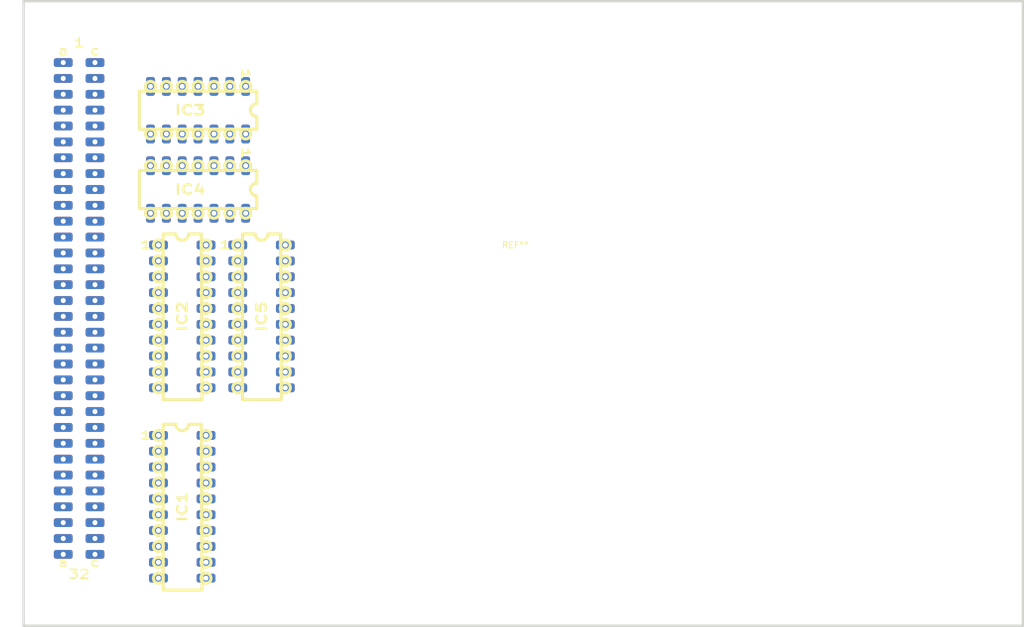
<source format=kicad_pcb>
(kicad_pcb (version 20171130) (host pcbnew "(5.1.4)-1")

  (general
    (thickness 1.6)
    (drawings 0)
    (tracks 0)
    (zones 0)
    (modules 7)
    (nets 95)
  )

  (page A4)
  (layers
    (0 F.Cu signal)
    (31 B.Cu signal)
    (32 B.Adhes user)
    (33 F.Adhes user)
    (34 B.Paste user)
    (35 F.Paste user)
    (36 B.SilkS user)
    (37 F.SilkS user)
    (38 B.Mask user)
    (39 F.Mask user)
    (40 Dwgs.User user)
    (41 Cmts.User user)
    (42 Eco1.User user)
    (43 Eco2.User user)
    (44 Edge.Cuts user)
    (45 Margin user)
    (46 B.CrtYd user)
    (47 F.CrtYd user)
    (48 B.Fab user)
    (49 F.Fab user)
  )

  (setup
    (last_trace_width 0.25)
    (trace_clearance 0.2)
    (zone_clearance 0.508)
    (zone_45_only no)
    (trace_min 0.2)
    (via_size 0.8)
    (via_drill 0.4)
    (via_min_size 0.4)
    (via_min_drill 0.3)
    (uvia_size 0.3)
    (uvia_drill 0.1)
    (uvias_allowed no)
    (uvia_min_size 0.2)
    (uvia_min_drill 0.1)
    (edge_width 0.05)
    (segment_width 0.2)
    (pcb_text_width 0.3)
    (pcb_text_size 1.5 1.5)
    (mod_edge_width 0.12)
    (mod_text_size 1 1)
    (mod_text_width 0.15)
    (pad_size 1.524 1.524)
    (pad_drill 0.762)
    (pad_to_mask_clearance 0.051)
    (solder_mask_min_width 0.25)
    (aux_axis_origin 0 0)
    (visible_elements FFFFFF7F)
    (pcbplotparams
      (layerselection 0x010fc_ffffffff)
      (usegerberextensions false)
      (usegerberattributes false)
      (usegerberadvancedattributes false)
      (creategerberjobfile false)
      (excludeedgelayer true)
      (linewidth 0.100000)
      (plotframeref false)
      (viasonmask false)
      (mode 1)
      (useauxorigin false)
      (hpglpennumber 1)
      (hpglpenspeed 20)
      (hpglpendiameter 15.000000)
      (psnegative false)
      (psa4output false)
      (plotreference true)
      (plotvalue true)
      (plotinvisibletext false)
      (padsonsilk false)
      (subtractmaskfromsilk false)
      (outputformat 1)
      (mirror false)
      (drillshape 1)
      (scaleselection 1)
      (outputdirectory ""))
  )

  (net 0 "")
  (net 1 A0)
  (net 2 GND)
  (net 3 AB1)
  (net 4 A2)
  (net 5 AB0)
  (net 6 A1)
  (net 7 AB2)
  (net 8 A3)
  (net 9 AB4)
  (net 10 A5)
  (net 11 AB6)
  (net 12 A7)
  (net 13 AB3)
  (net 14 A4)
  (net 15 AB5)
  (net 16 A6)
  (net 17 AB7)
  (net 18 +5V)
  (net 19 A8)
  (net 20 AB9)
  (net 21 A10)
  (net 22 AB8)
  (net 23 A9)
  (net 24 AB10)
  (net 25 A11)
  (net 26 AB12)
  (net 27 A13)
  (net 28 AB14)
  (net 29 A15)
  (net 30 AB11)
  (net 31 A12)
  (net 32 AB13)
  (net 33 A14)
  (net 34 AB15)
  (net 35 D1)
  (net 36 D0)
  (net 37 D3)
  (net 38 D2)
  (net 39 DB1)
  (net 40 DB0)
  (net 41 DB3)
  (net 42 DB2)
  (net 43 D6)
  (net 44 D7)
  (net 45 D4)
  (net 46 D5)
  (net 47 DB6)
  (net 48 DB7)
  (net 49 DB4)
  (net 50 DB5)
  (net 51 "Net-(J1-PadA28)")
  (net 52 EX)
  (net 53 PHI2)
  (net 54 PHI1)
  (net 55 "Net-(J1-PadC31)")
  (net 56 "Net-(J1-PadC28)")
  (net 57 "Net-(J1-PadA29)")
  (net 58 RAM.RW)
  (net 59 "Net-(J1-PadC27)")
  (net 60 RW)
  (net 61 "Net-(J1-PadA17)")
  (net 62 "Net-(J1-PadC17)")
  (net 63 "Net-(J1-PadA18)")
  (net 64 "Net-(J1-PadC18)")
  (net 65 "Net-(J1-PadA12)")
  (net 66 "Net-(J1-PadC14)")
  (net 67 "Net-(J1-PadA11)")
  (net 68 "Net-(J1-PadA14)")
  (net 69 "Net-(J1-PadC15)")
  (net 70 "Net-(J1-PadC12)")
  (net 71 "Net-(J1-PadA13)")
  (net 72 "Net-(J1-PadA15)")
  (net 73 "Net-(J1-PadC11)")
  (net 74 "Net-(J1-PadC13)")
  (net 75 "Net-(J1-PadA5)")
  (net 76 "Net-(J1-PadC5)")
  (net 77 "Net-(J1-PadA6)")
  (net 78 "Net-(J1-PadC6)")
  (net 79 "Net-(J1-PadA3)")
  (net 80 "Net-(J1-PadC3)")
  (net 81 "Net-(J1-PadA2)")
  (net 82 "Net-(J1-PadC2)")
  (net 83 D.DIR)
  (net 84 "Net-(IC5-Pad11)")
  (net 85 "Net-(IC5-Pad12)")
  (net 86 "Net-(IC5-Pad13)")
  (net 87 "Net-(IC5-Pad9)")
  (net 88 "Net-(IC5-Pad8)")
  (net 89 "Net-(IC5-Pad7)")
  (net 90 "Net-(IC5-Pad14)")
  (net 91 "Net-(IC5-Pad15)")
  (net 92 "Net-(IC5-Pad16)")
  (net 93 "Net-(IC5-Pad17)")
  (net 94 "Net-(IC5-Pad18)")

  (net_class Default "Ceci est la Netclass par défaut."
    (clearance 0.2)
    (trace_width 0.25)
    (via_dia 0.8)
    (via_drill 0.4)
    (uvia_dia 0.3)
    (uvia_drill 0.1)
    (add_net +5V)
    (add_net A0)
    (add_net A1)
    (add_net A10)
    (add_net A11)
    (add_net A12)
    (add_net A13)
    (add_net A14)
    (add_net A15)
    (add_net A2)
    (add_net A3)
    (add_net A4)
    (add_net A5)
    (add_net A6)
    (add_net A7)
    (add_net A8)
    (add_net A9)
    (add_net AB0)
    (add_net AB1)
    (add_net AB10)
    (add_net AB11)
    (add_net AB12)
    (add_net AB13)
    (add_net AB14)
    (add_net AB15)
    (add_net AB2)
    (add_net AB3)
    (add_net AB4)
    (add_net AB5)
    (add_net AB6)
    (add_net AB7)
    (add_net AB8)
    (add_net AB9)
    (add_net D.DIR)
    (add_net D0)
    (add_net D1)
    (add_net D2)
    (add_net D3)
    (add_net D4)
    (add_net D5)
    (add_net D6)
    (add_net D7)
    (add_net DB0)
    (add_net DB1)
    (add_net DB2)
    (add_net DB3)
    (add_net DB4)
    (add_net DB5)
    (add_net DB6)
    (add_net DB7)
    (add_net EX)
    (add_net GND)
    (add_net "Net-(IC5-Pad11)")
    (add_net "Net-(IC5-Pad12)")
    (add_net "Net-(IC5-Pad13)")
    (add_net "Net-(IC5-Pad14)")
    (add_net "Net-(IC5-Pad15)")
    (add_net "Net-(IC5-Pad16)")
    (add_net "Net-(IC5-Pad17)")
    (add_net "Net-(IC5-Pad18)")
    (add_net "Net-(IC5-Pad7)")
    (add_net "Net-(IC5-Pad8)")
    (add_net "Net-(IC5-Pad9)")
    (add_net "Net-(J1-PadA11)")
    (add_net "Net-(J1-PadA12)")
    (add_net "Net-(J1-PadA13)")
    (add_net "Net-(J1-PadA14)")
    (add_net "Net-(J1-PadA15)")
    (add_net "Net-(J1-PadA17)")
    (add_net "Net-(J1-PadA18)")
    (add_net "Net-(J1-PadA2)")
    (add_net "Net-(J1-PadA28)")
    (add_net "Net-(J1-PadA29)")
    (add_net "Net-(J1-PadA3)")
    (add_net "Net-(J1-PadA5)")
    (add_net "Net-(J1-PadA6)")
    (add_net "Net-(J1-PadC11)")
    (add_net "Net-(J1-PadC12)")
    (add_net "Net-(J1-PadC13)")
    (add_net "Net-(J1-PadC14)")
    (add_net "Net-(J1-PadC15)")
    (add_net "Net-(J1-PadC17)")
    (add_net "Net-(J1-PadC18)")
    (add_net "Net-(J1-PadC2)")
    (add_net "Net-(J1-PadC27)")
    (add_net "Net-(J1-PadC28)")
    (add_net "Net-(J1-PadC3)")
    (add_net "Net-(J1-PadC31)")
    (add_net "Net-(J1-PadC5)")
    (add_net "Net-(J1-PadC6)")
    (add_net PHI1)
    (add_net PHI2)
    (add_net RAM.RW)
    (add_net RW)
  )

  (module elektor:DIL-20 (layer F.Cu) (tedit 5F94533A) (tstamp 5FA06EFB)
    (at 101.6 101.6 270)
    (path /5FA51F36/5FA5229D)
    (fp_text reference IC5 (at 1.27 0 90) (layer F.SilkS)
      (effects (font (size 1.5 2) (thickness 0.375)))
    )
    (fp_text value GAL16V8 (at 0 -7.62 90) (layer F.Fab)
      (effects (font (size 1 1) (thickness 0.15)))
    )
    (fp_circle (center 12.7 -3.81) (end 13.5 -3.81) (layer F.SilkS) (width 0.5))
    (fp_circle (center 12.7 3.81) (end 13.5 3.81) (layer F.SilkS) (width 0.5))
    (fp_circle (center 7.62 -3.81) (end 8.42 -3.81) (layer F.SilkS) (width 0.5))
    (fp_circle (center 10.16 -3.81) (end 10.96 -3.81) (layer F.SilkS) (width 0.5))
    (fp_circle (center 10.16 3.81) (end 10.96 3.81) (layer F.SilkS) (width 0.5))
    (fp_circle (center 7.62 3.81) (end 8.42 3.81) (layer F.SilkS) (width 0.5))
    (fp_text user 1 (at -10.16 5.842 unlocked) (layer F.SilkS)
      (effects (font (size 1.2 2) (thickness 0.3)))
    )
    (fp_line (start -11.938 1.016) (end -11.938 3.048) (layer F.SilkS) (width 0.5))
    (fp_line (start -11.938 -1.016) (end -11.938 -3.048) (layer F.SilkS) (width 0.5))
    (fp_arc (start -11.938 0) (end -11.938 1.016) (angle -180) (layer F.SilkS) (width 0.5))
    (fp_circle (center 5.08 3.81) (end 5.88 3.81) (layer F.SilkS) (width 0.5))
    (fp_circle (center 2.54 3.81) (end 3.34 3.81) (layer F.SilkS) (width 0.5))
    (fp_circle (center 0 3.81) (end 0.8 3.81) (layer F.SilkS) (width 0.5))
    (fp_circle (center -2.54 3.81) (end -1.74 3.81) (layer F.SilkS) (width 0.5))
    (fp_circle (center -5.08 3.81) (end -4.28 3.81) (layer F.SilkS) (width 0.5))
    (fp_circle (center -7.62 3.81) (end -6.82 3.81) (layer F.SilkS) (width 0.5))
    (fp_circle (center -10.16 3.81) (end -9.36 3.81) (layer F.SilkS) (width 0.5))
    (fp_circle (center 5.08 -3.81) (end 5.88 -3.81) (layer F.SilkS) (width 0.5))
    (fp_circle (center 2.54 -3.81) (end 3.34 -3.81) (layer F.SilkS) (width 0.5))
    (fp_circle (center 0 -3.81) (end 0.8 -3.81) (layer F.SilkS) (width 0.5))
    (fp_circle (center -2.54 -3.81) (end -1.74 -3.81) (layer F.SilkS) (width 0.5))
    (fp_circle (center -5.08 -3.81) (end -4.28 -3.81) (layer F.SilkS) (width 0.5))
    (fp_line (start -11.938 -3.048) (end 14.605 -3.175) (layer F.SilkS) (width 0.5))
    (fp_line (start 14.605 3.048) (end -11.938 3.048) (layer F.SilkS) (width 0.5))
    (fp_line (start 14.605 -3.048) (end 14.605 3.048) (layer F.SilkS) (width 0.5))
    (fp_circle (center -7.62 -3.81) (end -6.82 -3.81) (layer F.SilkS) (width 0.5))
    (fp_circle (center -10.16 -3.81) (end -9.36 -3.81) (layer F.SilkS) (width 0.5))
    (pad 11 thru_hole roundrect (at 12.7 -3.81 270) (size 1.4 3) (drill 0.8) (layers *.Cu *.Mask) (roundrect_rratio 0.25)
      (net 84 "Net-(IC5-Pad11)"))
    (pad 10 thru_hole roundrect (at 12.7 3.81 270) (size 1.4 3) (drill 0.8) (layers *.Cu *.Mask) (roundrect_rratio 0.25)
      (net 2 GND))
    (pad 12 thru_hole roundrect (at 10.16 -3.81 270) (size 1.4 3) (drill 0.8) (layers *.Cu *.Mask) (roundrect_rratio 0.25)
      (net 85 "Net-(IC5-Pad12)"))
    (pad 13 thru_hole roundrect (at 7.62 -3.81 270) (size 1.4 3) (drill 0.8) (layers *.Cu *.Mask) (roundrect_rratio 0.25)
      (net 86 "Net-(IC5-Pad13)"))
    (pad 9 thru_hole roundrect (at 10.16 3.81 270) (size 1.4 3) (drill 0.8) (layers *.Cu *.Mask) (roundrect_rratio 0.25)
      (net 87 "Net-(IC5-Pad9)"))
    (pad 8 thru_hole roundrect (at 7.62 3.81 270) (size 1.4 3) (drill 0.8) (layers *.Cu *.Mask) (roundrect_rratio 0.25)
      (net 88 "Net-(IC5-Pad8)"))
    (pad 7 thru_hole roundrect (at 5.08 3.81 270) (size 1.4 3) (drill 0.8) (layers *.Cu *.Mask) (roundrect_rratio 0.25)
      (net 89 "Net-(IC5-Pad7)") (zone_connect 0))
    (pad 6 thru_hole roundrect (at 2.54 3.81 270) (size 1.4 3) (drill 0.8) (layers *.Cu *.Mask) (roundrect_rratio 0.25)
      (net 58 RAM.RW) (zone_connect 0))
    (pad 5 thru_hole roundrect (at 0 3.81 270) (size 1.4 3) (drill 0.8) (layers *.Cu *.Mask) (roundrect_rratio 0.25)
      (net 34 AB15) (zone_connect 0))
    (pad 4 thru_hole roundrect (at -2.54 3.81 270) (size 1.4 3) (drill 0.8) (layers *.Cu *.Mask) (roundrect_rratio 0.25)
      (net 28 AB14) (zone_connect 0))
    (pad 3 thru_hole roundrect (at -5.08 3.81 270) (size 1.4 3) (drill 0.8) (layers *.Cu *.Mask) (roundrect_rratio 0.25)
      (net 32 AB13) (zone_connect 0))
    (pad 2 thru_hole roundrect (at -7.62 3.81 270) (size 1.4 3) (drill 0.8) (layers *.Cu *.Mask) (roundrect_rratio 0.25)
      (net 26 AB12) (zone_connect 0))
    (pad 1 thru_hole roundrect (at -10.16 3.81 270) (size 1.4 3) (drill 0.8) (layers *.Cu *.Mask) (roundrect_rratio 0.25)
      (net 30 AB11) (zone_connect 0))
    (pad 14 thru_hole roundrect (at 5.08 -3.81 270) (size 1.4 3) (drill 0.8) (layers *.Cu *.Mask) (roundrect_rratio 0.25)
      (net 90 "Net-(IC5-Pad14)") (zone_connect 0))
    (pad 15 thru_hole roundrect (at 2.54 -3.81 270) (size 1.4 3) (drill 0.8) (layers *.Cu *.Mask) (roundrect_rratio 0.25)
      (net 91 "Net-(IC5-Pad15)") (zone_connect 0))
    (pad 16 thru_hole roundrect (at 0 -3.81 270) (size 1.4 3) (drill 0.8) (layers *.Cu *.Mask) (roundrect_rratio 0.25)
      (net 92 "Net-(IC5-Pad16)") (zone_connect 0))
    (pad 17 thru_hole roundrect (at -2.54 -3.81 270) (size 1.4 3) (drill 0.8) (layers *.Cu *.Mask) (roundrect_rratio 0.25)
      (net 93 "Net-(IC5-Pad17)") (zone_connect 0))
    (pad 18 thru_hole roundrect (at -5.08 -3.81 270) (size 1.4 3) (drill 0.8) (layers *.Cu *.Mask) (roundrect_rratio 0.25)
      (net 94 "Net-(IC5-Pad18)") (zone_connect 0))
    (pad 19 thru_hole roundrect (at -7.62 -3.81 270) (size 1.4 3) (drill 0.8) (layers *.Cu *.Mask) (roundrect_rratio 0.25)
      (net 83 D.DIR) (zone_connect 0))
    (pad 20 thru_hole roundrect (at -10.16 -3.81 270) (size 1.4 3) (drill 0.8) (layers *.Cu *.Mask) (roundrect_rratio 0.25)
      (net 18 +5V) (zone_connect 0))
  )

  (module EuroBoard_Outline:EuroBoard160mmX100mm (layer F.Cu) (tedit 0) (tstamp 5FA05692)
    (at 63.5 152.4)
    (descr "Outline, Eurocard, 100x160mm,")
    (tags "Outline, Eurocard, 100x160mm,")
    (fp_text reference REF** (at 78.74 -60.96) (layer F.SilkS)
      (effects (font (size 1 1) (thickness 0.15)))
    )
    (fp_text value EuroBoard160mmX100mm (at 85.09 -35.56) (layer F.Fab)
      (effects (font (size 1 1) (thickness 0.15)))
    )
    (fp_line (start 0 -100) (end 0 0) (layer Edge.Cuts) (width 0.38))
    (fp_line (start 0 0) (end 160 0) (layer Edge.Cuts) (width 0.38))
    (fp_line (start 160 0) (end 160 -100) (layer Edge.Cuts) (width 0.38))
    (fp_line (start 160 -100) (end 0 -100) (layer Edge.Cuts) (width 0.38))
  )

  (module elektor:DIN-41612-AC (layer F.Cu) (tedit 5F7F4F72) (tstamp 5FA05579)
    (at 72.39 62.23)
    (path /5F74A057)
    (fp_text reference J1 (at -11.43 -1.27 unlocked) (layer F.SilkS) hide
      (effects (font (size 1.5 2) (thickness 0.375)))
    )
    (fp_text value C64AC (at -10.16 -3.81) (layer F.Fab)
      (effects (font (size 1 1) (thickness 0.15)))
    )
    (fp_text user 32 (at 0 81.915) (layer F.SilkS)
      (effects (font (size 1.4 1.8) (thickness 0.25)))
    )
    (fp_text user c (at 2.54 80.01) (layer F.SilkS)
      (effects (font (size 1.4 1.8) (thickness 0.25)))
    )
    (fp_text user a (at -2.54 80.01) (layer F.SilkS)
      (effects (font (size 1.4 1.8) (thickness 0.25)))
    )
    (fp_text user 1 (at 0 -3.175) (layer F.SilkS)
      (effects (font (size 1.4 1.8) (thickness 0.25)))
    )
    (fp_text user c (at 2.54 -1.905) (layer F.SilkS)
      (effects (font (size 1.4 1.8) (thickness 0.25)))
    )
    (fp_text user a (at -2.54 -1.905) (layer F.SilkS)
      (effects (font (size 1.4 1.8) (thickness 0.25)))
    )
    (pad "" np_thru_hole circle (at -5.08 -5.08) (size 2.8 2.8) (drill 2.8) (layers *.Cu *.Mask)
      (zone_connect 0))
    (pad "" np_thru_hole circle (at -5.08 83.82) (size 2.8 2.8) (drill 2.8) (layers *.Cu *.Mask)
      (zone_connect 0))
    (pad A25 thru_hole roundrect (at -2.54 60.96 90) (size 1.4 3) (drill 0.8) (layers *.Cu *.Mask) (roundrect_rratio 0.25)
      (net 8 A3))
    (pad C25 thru_hole roundrect (at 2.54 60.96 90) (size 1.4 3) (drill 0.8) (layers *.Cu *.Mask) (roundrect_rratio 0.25)
      (net 4 A2))
    (pad A26 thru_hole roundrect (at -2.54 63.5 90) (size 1.4 3) (drill 0.8) (layers *.Cu *.Mask) (roundrect_rratio 0.25)
      (net 6 A1))
    (pad A28 thru_hole roundrect (at -2.54 68.58 90) (size 1.4 3) (drill 0.8) (layers *.Cu *.Mask) (roundrect_rratio 0.25)
      (net 51 "Net-(J1-PadA28)"))
    (pad C30 thru_hole roundrect (at 2.54 73.66 90) (size 1.4 3) (drill 0.8) (layers *.Cu *.Mask) (roundrect_rratio 0.25)
      (net 52 EX))
    (pad A27 thru_hole roundrect (at -2.54 66.04 90) (size 1.4 3) (drill 0.8) (layers *.Cu *.Mask) (roundrect_rratio 0.25)
      (net 53 PHI2))
    (pad A30 thru_hole roundrect (at -2.54 73.66 90) (size 1.4 3) (drill 0.8) (layers *.Cu *.Mask) (roundrect_rratio 0.25)
      (net 54 PHI1))
    (pad C31 thru_hole roundrect (at 2.54 76.2 90) (size 1.4 3) (drill 0.8) (layers *.Cu *.Mask) (roundrect_rratio 0.25)
      (net 55 "Net-(J1-PadC31)"))
    (pad C28 thru_hole roundrect (at 2.54 68.58 90) (size 1.4 3) (drill 0.8) (layers *.Cu *.Mask) (roundrect_rratio 0.25)
      (net 56 "Net-(J1-PadC28)"))
    (pad C32 thru_hole roundrect (at 2.54 78.74 90) (size 1.4 3) (drill 0.8) (layers *.Cu *.Mask) (roundrect_rratio 0.25)
      (net 2 GND))
    (pad A29 thru_hole roundrect (at -2.54 71.12 90) (size 1.4 3) (drill 0.8) (layers *.Cu *.Mask) (roundrect_rratio 0.25)
      (net 57 "Net-(J1-PadA29)"))
    (pad A31 thru_hole roundrect (at -2.54 76.2 90) (size 1.4 3) (drill 0.8) (layers *.Cu *.Mask) (roundrect_rratio 0.25)
      (net 58 RAM.RW))
    (pad C26 thru_hole roundrect (at 2.54 63.5 90) (size 1.4 3) (drill 0.8) (layers *.Cu *.Mask) (roundrect_rratio 0.25)
      (net 1 A0))
    (pad C27 thru_hole roundrect (at 2.54 66.04 90) (size 1.4 3) (drill 0.8) (layers *.Cu *.Mask) (roundrect_rratio 0.25)
      (net 59 "Net-(J1-PadC27)"))
    (pad A32 thru_hole roundrect (at -2.54 78.74 90) (size 1.4 3) (drill 0.8) (layers *.Cu *.Mask) (roundrect_rratio 0.25)
      (net 2 GND))
    (pad C29 thru_hole roundrect (at 2.54 71.12 90) (size 1.4 3) (drill 0.8) (layers *.Cu *.Mask) (roundrect_rratio 0.25)
      (net 60 RW))
    (pad A17 thru_hole roundrect (at -2.54 40.64 90) (size 1.4 3) (drill 0.8) (layers *.Cu *.Mask) (roundrect_rratio 0.25)
      (net 61 "Net-(J1-PadA17)"))
    (pad C17 thru_hole roundrect (at 2.54 40.64 90) (size 1.4 3) (drill 0.8) (layers *.Cu *.Mask) (roundrect_rratio 0.25)
      (net 62 "Net-(J1-PadC17)"))
    (pad A18 thru_hole roundrect (at -2.54 43.18 90) (size 1.4 3) (drill 0.8) (layers *.Cu *.Mask) (roundrect_rratio 0.25)
      (net 63 "Net-(J1-PadA18)"))
    (pad A20 thru_hole roundrect (at -2.54 48.26 90) (size 1.4 3) (drill 0.8) (layers *.Cu *.Mask) (roundrect_rratio 0.25)
      (net 27 A13))
    (pad C22 thru_hole roundrect (at 2.54 53.34 90) (size 1.4 3) (drill 0.8) (layers *.Cu *.Mask) (roundrect_rratio 0.25)
      (net 19 A8))
    (pad A19 thru_hole roundrect (at -2.54 45.72 90) (size 1.4 3) (drill 0.8) (layers *.Cu *.Mask) (roundrect_rratio 0.25)
      (net 29 A15))
    (pad A22 thru_hole roundrect (at -2.54 53.34 90) (size 1.4 3) (drill 0.8) (layers *.Cu *.Mask) (roundrect_rratio 0.25)
      (net 23 A9))
    (pad C23 thru_hole roundrect (at 2.54 55.88 90) (size 1.4 3) (drill 0.8) (layers *.Cu *.Mask) (roundrect_rratio 0.25)
      (net 16 A6))
    (pad C20 thru_hole roundrect (at 2.54 48.26 90) (size 1.4 3) (drill 0.8) (layers *.Cu *.Mask) (roundrect_rratio 0.25)
      (net 31 A12))
    (pad C24 thru_hole roundrect (at 2.54 58.42 90) (size 1.4 3) (drill 0.8) (layers *.Cu *.Mask) (roundrect_rratio 0.25)
      (net 14 A4))
    (pad A21 thru_hole roundrect (at -2.54 50.8 90) (size 1.4 3) (drill 0.8) (layers *.Cu *.Mask) (roundrect_rratio 0.25)
      (net 25 A11))
    (pad A23 thru_hole roundrect (at -2.54 55.88 90) (size 1.4 3) (drill 0.8) (layers *.Cu *.Mask) (roundrect_rratio 0.25)
      (net 12 A7))
    (pad C18 thru_hole roundrect (at 2.54 43.18 90) (size 1.4 3) (drill 0.8) (layers *.Cu *.Mask) (roundrect_rratio 0.25)
      (net 64 "Net-(J1-PadC18)"))
    (pad C19 thru_hole roundrect (at 2.54 45.72 90) (size 1.4 3) (drill 0.8) (layers *.Cu *.Mask) (roundrect_rratio 0.25)
      (net 33 A14))
    (pad A24 thru_hole roundrect (at -2.54 58.42 90) (size 1.4 3) (drill 0.8) (layers *.Cu *.Mask) (roundrect_rratio 0.25)
      (net 10 A5))
    (pad C21 thru_hole roundrect (at 2.54 50.8 90) (size 1.4 3) (drill 0.8) (layers *.Cu *.Mask) (roundrect_rratio 0.25)
      (net 21 A10))
    (pad A9 thru_hole roundrect (at -2.54 20.32 90) (size 1.4 3) (drill 0.8) (layers *.Cu *.Mask) (roundrect_rratio 0.25)
      (net 46 D5))
    (pad C9 thru_hole roundrect (at 2.54 20.32 90) (size 1.4 3) (drill 0.8) (layers *.Cu *.Mask) (roundrect_rratio 0.25)
      (net 45 D4))
    (pad A10 thru_hole roundrect (at -2.54 22.86 90) (size 1.4 3) (drill 0.8) (layers *.Cu *.Mask) (roundrect_rratio 0.25)
      (net 44 D7))
    (pad A12 thru_hole roundrect (at -2.54 27.94 90) (size 1.4 3) (drill 0.8) (layers *.Cu *.Mask) (roundrect_rratio 0.25)
      (net 65 "Net-(J1-PadA12)"))
    (pad C14 thru_hole roundrect (at 2.54 33.02 90) (size 1.4 3) (drill 0.8) (layers *.Cu *.Mask) (roundrect_rratio 0.25)
      (net 66 "Net-(J1-PadC14)"))
    (pad A11 thru_hole roundrect (at -2.54 25.4 90) (size 1.4 3) (drill 0.8) (layers *.Cu *.Mask) (roundrect_rratio 0.25)
      (net 67 "Net-(J1-PadA11)"))
    (pad A14 thru_hole roundrect (at -2.54 33.02 90) (size 1.4 3) (drill 0.8) (layers *.Cu *.Mask) (roundrect_rratio 0.25)
      (net 68 "Net-(J1-PadA14)"))
    (pad C15 thru_hole roundrect (at 2.54 35.56 90) (size 1.4 3) (drill 0.8) (layers *.Cu *.Mask) (roundrect_rratio 0.25)
      (net 69 "Net-(J1-PadC15)"))
    (pad C12 thru_hole roundrect (at 2.54 27.94 90) (size 1.4 3) (drill 0.8) (layers *.Cu *.Mask) (roundrect_rratio 0.25)
      (net 70 "Net-(J1-PadC12)"))
    (pad C16 thru_hole roundrect (at 2.54 38.1 90) (size 1.4 3) (drill 0.8) (layers *.Cu *.Mask) (roundrect_rratio 0.25)
      (net 2 GND))
    (pad A13 thru_hole roundrect (at -2.54 30.48 90) (size 1.4 3) (drill 0.8) (layers *.Cu *.Mask) (roundrect_rratio 0.25)
      (net 71 "Net-(J1-PadA13)"))
    (pad A15 thru_hole roundrect (at -2.54 35.56 90) (size 1.4 3) (drill 0.8) (layers *.Cu *.Mask) (roundrect_rratio 0.25)
      (net 72 "Net-(J1-PadA15)"))
    (pad C10 thru_hole roundrect (at 2.54 22.86 90) (size 1.4 3) (drill 0.8) (layers *.Cu *.Mask) (roundrect_rratio 0.25)
      (net 43 D6))
    (pad C11 thru_hole roundrect (at 2.54 25.4 90) (size 1.4 3) (drill 0.8) (layers *.Cu *.Mask) (roundrect_rratio 0.25)
      (net 73 "Net-(J1-PadC11)"))
    (pad A16 thru_hole roundrect (at -2.54 38.1 90) (size 1.4 3) (drill 0.8) (layers *.Cu *.Mask) (roundrect_rratio 0.25)
      (net 2 GND))
    (pad C13 thru_hole roundrect (at 2.54 30.48 90) (size 1.4 3) (drill 0.8) (layers *.Cu *.Mask) (roundrect_rratio 0.25)
      (net 74 "Net-(J1-PadC13)"))
    (pad A5 thru_hole roundrect (at -2.54 10.16 90) (size 1.4 3) (drill 0.8) (layers *.Cu *.Mask) (roundrect_rratio 0.25)
      (net 75 "Net-(J1-PadA5)"))
    (pad C5 thru_hole roundrect (at 2.54 10.16 90) (size 1.4 3) (drill 0.8) (layers *.Cu *.Mask) (roundrect_rratio 0.25)
      (net 76 "Net-(J1-PadC5)"))
    (pad A6 thru_hole roundrect (at -2.54 12.7 90) (size 1.4 3) (drill 0.8) (layers *.Cu *.Mask) (roundrect_rratio 0.25)
      (net 77 "Net-(J1-PadA6)"))
    (pad A8 thru_hole roundrect (at -2.54 17.78 90) (size 1.4 3) (drill 0.8) (layers *.Cu *.Mask) (roundrect_rratio 0.25)
      (net 37 D3))
    (pad A7 thru_hole roundrect (at -2.54 15.24 90) (size 1.4 3) (drill 0.8) (layers *.Cu *.Mask) (roundrect_rratio 0.25)
      (net 35 D1))
    (pad C8 thru_hole roundrect (at 2.54 17.78 90) (size 1.4 3) (drill 0.8) (layers *.Cu *.Mask) (roundrect_rratio 0.25)
      (net 38 D2))
    (pad C6 thru_hole roundrect (at 2.54 12.7 90) (size 1.4 3) (drill 0.8) (layers *.Cu *.Mask) (roundrect_rratio 0.25)
      (net 78 "Net-(J1-PadC6)"))
    (pad C7 thru_hole roundrect (at 2.54 15.24 90) (size 1.4 3) (drill 0.8) (layers *.Cu *.Mask) (roundrect_rratio 0.25)
      (net 36 D0))
    (pad A4 thru_hole roundrect (at -2.54 7.62 90) (size 1.4 3) (drill 0.8) (layers *.Cu *.Mask) (roundrect_rratio 0.25)
      (net 2 GND))
    (pad C4 thru_hole roundrect (at 2.54 7.62 90) (size 1.4 3) (drill 0.8) (layers *.Cu *.Mask) (roundrect_rratio 0.25)
      (net 2 GND))
    (pad A3 thru_hole roundrect (at -2.54 5.08 90) (size 1.4 3) (drill 0.8) (layers *.Cu *.Mask) (roundrect_rratio 0.25)
      (net 79 "Net-(J1-PadA3)"))
    (pad C3 thru_hole roundrect (at 2.54 5.08 90) (size 1.4 3) (drill 0.8) (layers *.Cu *.Mask) (roundrect_rratio 0.25)
      (net 80 "Net-(J1-PadC3)"))
    (pad A2 thru_hole roundrect (at -2.54 2.54 90) (size 1.4 3) (drill 0.8) (layers *.Cu *.Mask) (roundrect_rratio 0.25)
      (net 81 "Net-(J1-PadA2)"))
    (pad C2 thru_hole roundrect (at 2.54 2.54 90) (size 1.4 3) (drill 0.8) (layers *.Cu *.Mask) (roundrect_rratio 0.25)
      (net 82 "Net-(J1-PadC2)"))
    (pad C1 thru_hole roundrect (at 2.54 0 90) (size 1.4 3) (drill 0.8) (layers *.Cu *.Mask) (roundrect_rratio 0.25)
      (net 18 +5V))
    (pad A1 thru_hole roundrect (at -2.54 0 90) (size 1.4 3) (drill 0.8) (layers *.Cu *.Mask) (roundrect_rratio 0.25)
      (net 18 +5V))
  )

  (module elektor:DIL-14 (layer F.Cu) (tedit 5F80A5CE) (tstamp 5FA0552D)
    (at 91.44 82.55 180)
    (path /5F93422A)
    (fp_text reference IC4 (at 1.27 0) (layer F.SilkS)
      (effects (font (size 1.5 2) (thickness 0.375)))
    )
    (fp_text value 74LS243 (at 0 -7.62) (layer F.Fab)
      (effects (font (size 1 1) (thickness 0.15)))
    )
    (fp_text user 1 (at -7.62 5.842 270 unlocked) (layer F.SilkS)
      (effects (font (size 1.2 2) (thickness 0.3)))
    )
    (fp_line (start -9.398 1.016) (end -9.398 3.048) (layer F.SilkS) (width 0.5))
    (fp_line (start -9.398 -1.016) (end -9.398 -3.048) (layer F.SilkS) (width 0.5))
    (fp_arc (start -9.398 0) (end -9.398 1.016) (angle -180) (layer F.SilkS) (width 0.5))
    (fp_circle (center 7.62 3.81) (end 8.42 3.81) (layer F.SilkS) (width 0.5))
    (fp_circle (center 5.08 3.81) (end 5.88 3.81) (layer F.SilkS) (width 0.5))
    (fp_circle (center 2.54 3.81) (end 3.34 3.81) (layer F.SilkS) (width 0.5))
    (fp_circle (center 0 3.81) (end 0.8 3.81) (layer F.SilkS) (width 0.5))
    (fp_circle (center -2.54 3.81) (end -1.74 3.81) (layer F.SilkS) (width 0.5))
    (fp_circle (center -5.08 3.81) (end -4.28 3.81) (layer F.SilkS) (width 0.5))
    (fp_circle (center -7.62 3.81) (end -6.82 3.81) (layer F.SilkS) (width 0.5))
    (fp_circle (center 7.62 -3.81) (end 8.42 -3.81) (layer F.SilkS) (width 0.5))
    (fp_circle (center 5.08 -3.81) (end 5.88 -3.81) (layer F.SilkS) (width 0.5))
    (fp_circle (center 2.54 -3.81) (end 3.34 -3.81) (layer F.SilkS) (width 0.5))
    (fp_circle (center 0 -3.81) (end 0.8 -3.81) (layer F.SilkS) (width 0.5))
    (fp_circle (center -2.54 -3.81) (end -1.74 -3.81) (layer F.SilkS) (width 0.5))
    (fp_line (start -9.398 -3.048) (end 9.398 -3.048) (layer F.SilkS) (width 0.5))
    (fp_line (start 9.398 3.048) (end -9.398 3.048) (layer F.SilkS) (width 0.5))
    (fp_line (start 9.398 -3.048) (end 9.398 3.048) (layer F.SilkS) (width 0.5))
    (fp_circle (center -5.08 -3.81) (end -4.28 -3.81) (layer F.SilkS) (width 0.5))
    (fp_circle (center -7.62 -3.81) (end -6.82 -3.81) (layer F.SilkS) (width 0.5))
    (pad 7 thru_hole roundrect (at 7.62 3.81 180) (size 1.4 3) (drill 0.8) (layers *.Cu *.Mask) (roundrect_rratio 0.25)
      (net 2 GND) (zone_connect 0))
    (pad 6 thru_hole roundrect (at 5.08 3.81 180) (size 1.4 3) (drill 0.8) (layers *.Cu *.Mask) (roundrect_rratio 0.25)
      (net 43 D6) (zone_connect 0))
    (pad 5 thru_hole roundrect (at 2.54 3.81 180) (size 1.4 3) (drill 0.8) (layers *.Cu *.Mask) (roundrect_rratio 0.25)
      (net 44 D7) (zone_connect 0))
    (pad 4 thru_hole roundrect (at 0 3.81 180) (size 1.4 3) (drill 0.8) (layers *.Cu *.Mask) (roundrect_rratio 0.25)
      (net 45 D4) (zone_connect 0))
    (pad 3 thru_hole roundrect (at -2.54 3.81 180) (size 1.4 3) (drill 0.8) (layers *.Cu *.Mask) (roundrect_rratio 0.25)
      (net 46 D5) (zone_connect 0))
    (pad 2 thru_hole roundrect (at -5.08 3.81 180) (size 1.4 3) (drill 0.8) (layers *.Cu *.Mask) (roundrect_rratio 0.25)
      (zone_connect 0))
    (pad 1 thru_hole roundrect (at -7.62 3.81 180) (size 1.4 3) (drill 0.8) (layers *.Cu *.Mask) (roundrect_rratio 0.25)
      (net 83 D.DIR) (zone_connect 0))
    (pad 8 thru_hole roundrect (at 7.62 -3.81 180) (size 1.4 3) (drill 0.8) (layers *.Cu *.Mask) (roundrect_rratio 0.25)
      (net 47 DB6) (zone_connect 0))
    (pad 9 thru_hole roundrect (at 5.08 -3.81 180) (size 1.4 3) (drill 0.8) (layers *.Cu *.Mask) (roundrect_rratio 0.25)
      (net 48 DB7) (zone_connect 0))
    (pad 10 thru_hole roundrect (at 2.54 -3.81 180) (size 1.4 3) (drill 0.8) (layers *.Cu *.Mask) (roundrect_rratio 0.25)
      (net 49 DB4) (zone_connect 0))
    (pad 11 thru_hole roundrect (at 0 -3.81 180) (size 1.4 3) (drill 0.8) (layers *.Cu *.Mask) (roundrect_rratio 0.25)
      (net 50 DB5) (zone_connect 0))
    (pad 12 thru_hole roundrect (at -2.54 -3.81 180) (size 1.4 3) (drill 0.8) (layers *.Cu *.Mask) (roundrect_rratio 0.25)
      (zone_connect 0))
    (pad 13 thru_hole roundrect (at -5.08 -3.81 180) (size 1.4 3) (drill 0.8) (layers *.Cu *.Mask) (roundrect_rratio 0.25)
      (net 83 D.DIR) (zone_connect 0))
    (pad 14 thru_hole roundrect (at -7.62 -3.81 180) (size 1.4 3) (drill 0.8) (layers *.Cu *.Mask) (roundrect_rratio 0.25)
      (net 18 +5V) (zone_connect 0))
  )

  (module elektor:DIL-14 (layer F.Cu) (tedit 5F80A5CE) (tstamp 5FA05506)
    (at 91.44 69.85 180)
    (path /5F933B44)
    (fp_text reference IC3 (at 1.27 0) (layer F.SilkS)
      (effects (font (size 1.5 2) (thickness 0.375)))
    )
    (fp_text value 74LS243 (at 0 -7.62) (layer F.Fab)
      (effects (font (size 1 1) (thickness 0.15)))
    )
    (fp_text user 1 (at -7.62 5.842 270 unlocked) (layer F.SilkS)
      (effects (font (size 1.2 2) (thickness 0.3)))
    )
    (fp_line (start -9.398 1.016) (end -9.398 3.048) (layer F.SilkS) (width 0.5))
    (fp_line (start -9.398 -1.016) (end -9.398 -3.048) (layer F.SilkS) (width 0.5))
    (fp_arc (start -9.398 0) (end -9.398 1.016) (angle -180) (layer F.SilkS) (width 0.5))
    (fp_circle (center 7.62 3.81) (end 8.42 3.81) (layer F.SilkS) (width 0.5))
    (fp_circle (center 5.08 3.81) (end 5.88 3.81) (layer F.SilkS) (width 0.5))
    (fp_circle (center 2.54 3.81) (end 3.34 3.81) (layer F.SilkS) (width 0.5))
    (fp_circle (center 0 3.81) (end 0.8 3.81) (layer F.SilkS) (width 0.5))
    (fp_circle (center -2.54 3.81) (end -1.74 3.81) (layer F.SilkS) (width 0.5))
    (fp_circle (center -5.08 3.81) (end -4.28 3.81) (layer F.SilkS) (width 0.5))
    (fp_circle (center -7.62 3.81) (end -6.82 3.81) (layer F.SilkS) (width 0.5))
    (fp_circle (center 7.62 -3.81) (end 8.42 -3.81) (layer F.SilkS) (width 0.5))
    (fp_circle (center 5.08 -3.81) (end 5.88 -3.81) (layer F.SilkS) (width 0.5))
    (fp_circle (center 2.54 -3.81) (end 3.34 -3.81) (layer F.SilkS) (width 0.5))
    (fp_circle (center 0 -3.81) (end 0.8 -3.81) (layer F.SilkS) (width 0.5))
    (fp_circle (center -2.54 -3.81) (end -1.74 -3.81) (layer F.SilkS) (width 0.5))
    (fp_line (start -9.398 -3.048) (end 9.398 -3.048) (layer F.SilkS) (width 0.5))
    (fp_line (start 9.398 3.048) (end -9.398 3.048) (layer F.SilkS) (width 0.5))
    (fp_line (start 9.398 -3.048) (end 9.398 3.048) (layer F.SilkS) (width 0.5))
    (fp_circle (center -5.08 -3.81) (end -4.28 -3.81) (layer F.SilkS) (width 0.5))
    (fp_circle (center -7.62 -3.81) (end -6.82 -3.81) (layer F.SilkS) (width 0.5))
    (pad 7 thru_hole roundrect (at 7.62 3.81 180) (size 1.4 3) (drill 0.8) (layers *.Cu *.Mask) (roundrect_rratio 0.25)
      (net 2 GND) (zone_connect 0))
    (pad 6 thru_hole roundrect (at 5.08 3.81 180) (size 1.4 3) (drill 0.8) (layers *.Cu *.Mask) (roundrect_rratio 0.25)
      (net 35 D1) (zone_connect 0))
    (pad 5 thru_hole roundrect (at 2.54 3.81 180) (size 1.4 3) (drill 0.8) (layers *.Cu *.Mask) (roundrect_rratio 0.25)
      (net 36 D0) (zone_connect 0))
    (pad 4 thru_hole roundrect (at 0 3.81 180) (size 1.4 3) (drill 0.8) (layers *.Cu *.Mask) (roundrect_rratio 0.25)
      (net 37 D3) (zone_connect 0))
    (pad 3 thru_hole roundrect (at -2.54 3.81 180) (size 1.4 3) (drill 0.8) (layers *.Cu *.Mask) (roundrect_rratio 0.25)
      (net 38 D2) (zone_connect 0))
    (pad 2 thru_hole roundrect (at -5.08 3.81 180) (size 1.4 3) (drill 0.8) (layers *.Cu *.Mask) (roundrect_rratio 0.25)
      (zone_connect 0))
    (pad 1 thru_hole roundrect (at -7.62 3.81 180) (size 1.4 3) (drill 0.8) (layers *.Cu *.Mask) (roundrect_rratio 0.25)
      (net 83 D.DIR) (zone_connect 0))
    (pad 8 thru_hole roundrect (at 7.62 -3.81 180) (size 1.4 3) (drill 0.8) (layers *.Cu *.Mask) (roundrect_rratio 0.25)
      (net 39 DB1) (zone_connect 0))
    (pad 9 thru_hole roundrect (at 5.08 -3.81 180) (size 1.4 3) (drill 0.8) (layers *.Cu *.Mask) (roundrect_rratio 0.25)
      (net 40 DB0) (zone_connect 0))
    (pad 10 thru_hole roundrect (at 2.54 -3.81 180) (size 1.4 3) (drill 0.8) (layers *.Cu *.Mask) (roundrect_rratio 0.25)
      (net 41 DB3) (zone_connect 0))
    (pad 11 thru_hole roundrect (at 0 -3.81 180) (size 1.4 3) (drill 0.8) (layers *.Cu *.Mask) (roundrect_rratio 0.25)
      (net 42 DB2) (zone_connect 0))
    (pad 12 thru_hole roundrect (at -2.54 -3.81 180) (size 1.4 3) (drill 0.8) (layers *.Cu *.Mask) (roundrect_rratio 0.25)
      (zone_connect 0))
    (pad 13 thru_hole roundrect (at -5.08 -3.81 180) (size 1.4 3) (drill 0.8) (layers *.Cu *.Mask) (roundrect_rratio 0.25)
      (net 83 D.DIR) (zone_connect 0))
    (pad 14 thru_hole roundrect (at -7.62 -3.81 180) (size 1.4 3) (drill 0.8) (layers *.Cu *.Mask) (roundrect_rratio 0.25)
      (net 18 +5V) (zone_connect 0))
  )

  (module elektor:DIL-20 (layer F.Cu) (tedit 5F94533A) (tstamp 5FA054DF)
    (at 88.9 101.6 270)
    (path /5F932187)
    (fp_text reference IC2 (at 1.27 0 90) (layer F.SilkS)
      (effects (font (size 1.5 2) (thickness 0.375)))
    )
    (fp_text value 74LS241 (at 0 -7.62 90) (layer F.Fab)
      (effects (font (size 1 1) (thickness 0.15)))
    )
    (fp_circle (center 12.7 -3.81) (end 13.5 -3.81) (layer F.SilkS) (width 0.5))
    (fp_circle (center 12.7 3.81) (end 13.5 3.81) (layer F.SilkS) (width 0.5))
    (fp_circle (center 7.62 -3.81) (end 8.42 -3.81) (layer F.SilkS) (width 0.5))
    (fp_circle (center 10.16 -3.81) (end 10.96 -3.81) (layer F.SilkS) (width 0.5))
    (fp_circle (center 10.16 3.81) (end 10.96 3.81) (layer F.SilkS) (width 0.5))
    (fp_circle (center 7.62 3.81) (end 8.42 3.81) (layer F.SilkS) (width 0.5))
    (fp_text user 1 (at -10.16 5.842 unlocked) (layer F.SilkS)
      (effects (font (size 1.2 2) (thickness 0.3)))
    )
    (fp_line (start -11.938 1.016) (end -11.938 3.048) (layer F.SilkS) (width 0.5))
    (fp_line (start -11.938 -1.016) (end -11.938 -3.048) (layer F.SilkS) (width 0.5))
    (fp_arc (start -11.938 0) (end -11.938 1.016) (angle -180) (layer F.SilkS) (width 0.5))
    (fp_circle (center 5.08 3.81) (end 5.88 3.81) (layer F.SilkS) (width 0.5))
    (fp_circle (center 2.54 3.81) (end 3.34 3.81) (layer F.SilkS) (width 0.5))
    (fp_circle (center 0 3.81) (end 0.8 3.81) (layer F.SilkS) (width 0.5))
    (fp_circle (center -2.54 3.81) (end -1.74 3.81) (layer F.SilkS) (width 0.5))
    (fp_circle (center -5.08 3.81) (end -4.28 3.81) (layer F.SilkS) (width 0.5))
    (fp_circle (center -7.62 3.81) (end -6.82 3.81) (layer F.SilkS) (width 0.5))
    (fp_circle (center -10.16 3.81) (end -9.36 3.81) (layer F.SilkS) (width 0.5))
    (fp_circle (center 5.08 -3.81) (end 5.88 -3.81) (layer F.SilkS) (width 0.5))
    (fp_circle (center 2.54 -3.81) (end 3.34 -3.81) (layer F.SilkS) (width 0.5))
    (fp_circle (center 0 -3.81) (end 0.8 -3.81) (layer F.SilkS) (width 0.5))
    (fp_circle (center -2.54 -3.81) (end -1.74 -3.81) (layer F.SilkS) (width 0.5))
    (fp_circle (center -5.08 -3.81) (end -4.28 -3.81) (layer F.SilkS) (width 0.5))
    (fp_line (start -11.938 -3.048) (end 14.605 -3.175) (layer F.SilkS) (width 0.5))
    (fp_line (start 14.605 3.048) (end -11.938 3.048) (layer F.SilkS) (width 0.5))
    (fp_line (start 14.605 -3.048) (end 14.605 3.048) (layer F.SilkS) (width 0.5))
    (fp_circle (center -7.62 -3.81) (end -6.82 -3.81) (layer F.SilkS) (width 0.5))
    (fp_circle (center -10.16 -3.81) (end -9.36 -3.81) (layer F.SilkS) (width 0.5))
    (pad 11 thru_hole roundrect (at 12.7 -3.81 270) (size 1.4 3) (drill 0.8) (layers *.Cu *.Mask) (roundrect_rratio 0.25)
      (net 19 A8))
    (pad 10 thru_hole roundrect (at 12.7 3.81 270) (size 1.4 3) (drill 0.8) (layers *.Cu *.Mask) (roundrect_rratio 0.25)
      (net 2 GND))
    (pad 12 thru_hole roundrect (at 10.16 -3.81 270) (size 1.4 3) (drill 0.8) (layers *.Cu *.Mask) (roundrect_rratio 0.25)
      (net 20 AB9))
    (pad 13 thru_hole roundrect (at 7.62 -3.81 270) (size 1.4 3) (drill 0.8) (layers *.Cu *.Mask) (roundrect_rratio 0.25)
      (net 21 A10))
    (pad 9 thru_hole roundrect (at 10.16 3.81 270) (size 1.4 3) (drill 0.8) (layers *.Cu *.Mask) (roundrect_rratio 0.25)
      (net 22 AB8))
    (pad 8 thru_hole roundrect (at 7.62 3.81 270) (size 1.4 3) (drill 0.8) (layers *.Cu *.Mask) (roundrect_rratio 0.25)
      (net 23 A9))
    (pad 7 thru_hole roundrect (at 5.08 3.81 270) (size 1.4 3) (drill 0.8) (layers *.Cu *.Mask) (roundrect_rratio 0.25)
      (net 24 AB10) (zone_connect 0))
    (pad 6 thru_hole roundrect (at 2.54 3.81 270) (size 1.4 3) (drill 0.8) (layers *.Cu *.Mask) (roundrect_rratio 0.25)
      (net 25 A11) (zone_connect 0))
    (pad 5 thru_hole roundrect (at 0 3.81 270) (size 1.4 3) (drill 0.8) (layers *.Cu *.Mask) (roundrect_rratio 0.25)
      (net 26 AB12) (zone_connect 0))
    (pad 4 thru_hole roundrect (at -2.54 3.81 270) (size 1.4 3) (drill 0.8) (layers *.Cu *.Mask) (roundrect_rratio 0.25)
      (net 27 A13) (zone_connect 0))
    (pad 3 thru_hole roundrect (at -5.08 3.81 270) (size 1.4 3) (drill 0.8) (layers *.Cu *.Mask) (roundrect_rratio 0.25)
      (net 28 AB14) (zone_connect 0))
    (pad 2 thru_hole roundrect (at -7.62 3.81 270) (size 1.4 3) (drill 0.8) (layers *.Cu *.Mask) (roundrect_rratio 0.25)
      (net 29 A15) (zone_connect 0))
    (pad 1 thru_hole roundrect (at -10.16 3.81 270) (size 1.4 3) (drill 0.8) (layers *.Cu *.Mask) (roundrect_rratio 0.25)
      (net 2 GND) (zone_connect 0))
    (pad 14 thru_hole roundrect (at 5.08 -3.81 270) (size 1.4 3) (drill 0.8) (layers *.Cu *.Mask) (roundrect_rratio 0.25)
      (net 30 AB11) (zone_connect 0))
    (pad 15 thru_hole roundrect (at 2.54 -3.81 270) (size 1.4 3) (drill 0.8) (layers *.Cu *.Mask) (roundrect_rratio 0.25)
      (net 31 A12) (zone_connect 0))
    (pad 16 thru_hole roundrect (at 0 -3.81 270) (size 1.4 3) (drill 0.8) (layers *.Cu *.Mask) (roundrect_rratio 0.25)
      (net 32 AB13) (zone_connect 0))
    (pad 17 thru_hole roundrect (at -2.54 -3.81 270) (size 1.4 3) (drill 0.8) (layers *.Cu *.Mask) (roundrect_rratio 0.25)
      (net 33 A14) (zone_connect 0))
    (pad 18 thru_hole roundrect (at -5.08 -3.81 270) (size 1.4 3) (drill 0.8) (layers *.Cu *.Mask) (roundrect_rratio 0.25)
      (net 34 AB15) (zone_connect 0))
    (pad 19 thru_hole roundrect (at -7.62 -3.81 270) (size 1.4 3) (drill 0.8) (layers *.Cu *.Mask) (roundrect_rratio 0.25)
      (net 18 +5V) (zone_connect 0))
    (pad 20 thru_hole roundrect (at -10.16 -3.81 270) (size 1.4 3) (drill 0.8) (layers *.Cu *.Mask) (roundrect_rratio 0.25)
      (net 18 +5V) (zone_connect 0))
  )

  (module elektor:DIL-20 (layer F.Cu) (tedit 5F94533A) (tstamp 5FA054AC)
    (at 88.9 132.08 270)
    (path /5F932DFD)
    (fp_text reference IC1 (at 1.27 0 90) (layer F.SilkS)
      (effects (font (size 1.5 2) (thickness 0.375)))
    )
    (fp_text value 74LS241 (at 0 -7.62 90) (layer F.Fab)
      (effects (font (size 1 1) (thickness 0.15)))
    )
    (fp_circle (center 12.7 -3.81) (end 13.5 -3.81) (layer F.SilkS) (width 0.5))
    (fp_circle (center 12.7 3.81) (end 13.5 3.81) (layer F.SilkS) (width 0.5))
    (fp_circle (center 7.62 -3.81) (end 8.42 -3.81) (layer F.SilkS) (width 0.5))
    (fp_circle (center 10.16 -3.81) (end 10.96 -3.81) (layer F.SilkS) (width 0.5))
    (fp_circle (center 10.16 3.81) (end 10.96 3.81) (layer F.SilkS) (width 0.5))
    (fp_circle (center 7.62 3.81) (end 8.42 3.81) (layer F.SilkS) (width 0.5))
    (fp_text user 1 (at -10.16 5.842 unlocked) (layer F.SilkS)
      (effects (font (size 1.2 2) (thickness 0.3)))
    )
    (fp_line (start -11.938 1.016) (end -11.938 3.048) (layer F.SilkS) (width 0.5))
    (fp_line (start -11.938 -1.016) (end -11.938 -3.048) (layer F.SilkS) (width 0.5))
    (fp_arc (start -11.938 0) (end -11.938 1.016) (angle -180) (layer F.SilkS) (width 0.5))
    (fp_circle (center 5.08 3.81) (end 5.88 3.81) (layer F.SilkS) (width 0.5))
    (fp_circle (center 2.54 3.81) (end 3.34 3.81) (layer F.SilkS) (width 0.5))
    (fp_circle (center 0 3.81) (end 0.8 3.81) (layer F.SilkS) (width 0.5))
    (fp_circle (center -2.54 3.81) (end -1.74 3.81) (layer F.SilkS) (width 0.5))
    (fp_circle (center -5.08 3.81) (end -4.28 3.81) (layer F.SilkS) (width 0.5))
    (fp_circle (center -7.62 3.81) (end -6.82 3.81) (layer F.SilkS) (width 0.5))
    (fp_circle (center -10.16 3.81) (end -9.36 3.81) (layer F.SilkS) (width 0.5))
    (fp_circle (center 5.08 -3.81) (end 5.88 -3.81) (layer F.SilkS) (width 0.5))
    (fp_circle (center 2.54 -3.81) (end 3.34 -3.81) (layer F.SilkS) (width 0.5))
    (fp_circle (center 0 -3.81) (end 0.8 -3.81) (layer F.SilkS) (width 0.5))
    (fp_circle (center -2.54 -3.81) (end -1.74 -3.81) (layer F.SilkS) (width 0.5))
    (fp_circle (center -5.08 -3.81) (end -4.28 -3.81) (layer F.SilkS) (width 0.5))
    (fp_line (start -11.938 -3.048) (end 14.605 -3.175) (layer F.SilkS) (width 0.5))
    (fp_line (start 14.605 3.048) (end -11.938 3.048) (layer F.SilkS) (width 0.5))
    (fp_line (start 14.605 -3.048) (end 14.605 3.048) (layer F.SilkS) (width 0.5))
    (fp_circle (center -7.62 -3.81) (end -6.82 -3.81) (layer F.SilkS) (width 0.5))
    (fp_circle (center -10.16 -3.81) (end -9.36 -3.81) (layer F.SilkS) (width 0.5))
    (pad 11 thru_hole roundrect (at 12.7 -3.81 270) (size 1.4 3) (drill 0.8) (layers *.Cu *.Mask) (roundrect_rratio 0.25)
      (net 1 A0))
    (pad 10 thru_hole roundrect (at 12.7 3.81 270) (size 1.4 3) (drill 0.8) (layers *.Cu *.Mask) (roundrect_rratio 0.25)
      (net 2 GND))
    (pad 12 thru_hole roundrect (at 10.16 -3.81 270) (size 1.4 3) (drill 0.8) (layers *.Cu *.Mask) (roundrect_rratio 0.25)
      (net 3 AB1))
    (pad 13 thru_hole roundrect (at 7.62 -3.81 270) (size 1.4 3) (drill 0.8) (layers *.Cu *.Mask) (roundrect_rratio 0.25)
      (net 4 A2))
    (pad 9 thru_hole roundrect (at 10.16 3.81 270) (size 1.4 3) (drill 0.8) (layers *.Cu *.Mask) (roundrect_rratio 0.25)
      (net 5 AB0))
    (pad 8 thru_hole roundrect (at 7.62 3.81 270) (size 1.4 3) (drill 0.8) (layers *.Cu *.Mask) (roundrect_rratio 0.25)
      (net 6 A1))
    (pad 7 thru_hole roundrect (at 5.08 3.81 270) (size 1.4 3) (drill 0.8) (layers *.Cu *.Mask) (roundrect_rratio 0.25)
      (net 7 AB2) (zone_connect 0))
    (pad 6 thru_hole roundrect (at 2.54 3.81 270) (size 1.4 3) (drill 0.8) (layers *.Cu *.Mask) (roundrect_rratio 0.25)
      (net 8 A3) (zone_connect 0))
    (pad 5 thru_hole roundrect (at 0 3.81 270) (size 1.4 3) (drill 0.8) (layers *.Cu *.Mask) (roundrect_rratio 0.25)
      (net 9 AB4) (zone_connect 0))
    (pad 4 thru_hole roundrect (at -2.54 3.81 270) (size 1.4 3) (drill 0.8) (layers *.Cu *.Mask) (roundrect_rratio 0.25)
      (net 10 A5) (zone_connect 0))
    (pad 3 thru_hole roundrect (at -5.08 3.81 270) (size 1.4 3) (drill 0.8) (layers *.Cu *.Mask) (roundrect_rratio 0.25)
      (net 11 AB6) (zone_connect 0))
    (pad 2 thru_hole roundrect (at -7.62 3.81 270) (size 1.4 3) (drill 0.8) (layers *.Cu *.Mask) (roundrect_rratio 0.25)
      (net 12 A7) (zone_connect 0))
    (pad 1 thru_hole roundrect (at -10.16 3.81 270) (size 1.4 3) (drill 0.8) (layers *.Cu *.Mask) (roundrect_rratio 0.25)
      (net 2 GND) (zone_connect 0))
    (pad 14 thru_hole roundrect (at 5.08 -3.81 270) (size 1.4 3) (drill 0.8) (layers *.Cu *.Mask) (roundrect_rratio 0.25)
      (net 13 AB3) (zone_connect 0))
    (pad 15 thru_hole roundrect (at 2.54 -3.81 270) (size 1.4 3) (drill 0.8) (layers *.Cu *.Mask) (roundrect_rratio 0.25)
      (net 14 A4) (zone_connect 0))
    (pad 16 thru_hole roundrect (at 0 -3.81 270) (size 1.4 3) (drill 0.8) (layers *.Cu *.Mask) (roundrect_rratio 0.25)
      (net 15 AB5) (zone_connect 0))
    (pad 17 thru_hole roundrect (at -2.54 -3.81 270) (size 1.4 3) (drill 0.8) (layers *.Cu *.Mask) (roundrect_rratio 0.25)
      (net 16 A6) (zone_connect 0))
    (pad 18 thru_hole roundrect (at -5.08 -3.81 270) (size 1.4 3) (drill 0.8) (layers *.Cu *.Mask) (roundrect_rratio 0.25)
      (net 17 AB7) (zone_connect 0))
    (pad 19 thru_hole roundrect (at -7.62 -3.81 270) (size 1.4 3) (drill 0.8) (layers *.Cu *.Mask) (roundrect_rratio 0.25)
      (net 18 +5V) (zone_connect 0))
    (pad 20 thru_hole roundrect (at -10.16 -3.81 270) (size 1.4 3) (drill 0.8) (layers *.Cu *.Mask) (roundrect_rratio 0.25)
      (net 18 +5V) (zone_connect 0))
  )

)

</source>
